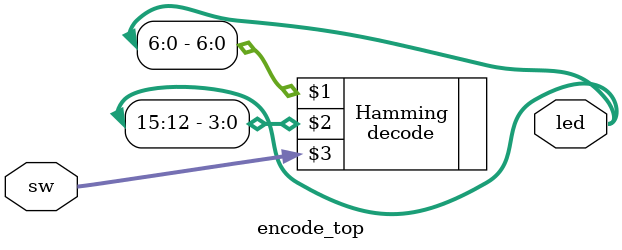
<source format=v>
module encode_top(sw, led);
    input [10:0] sw;
    output [15:0] led;
    
    decode Hamming(led[6:0], led[15:12], sw);
endmodule
</source>
